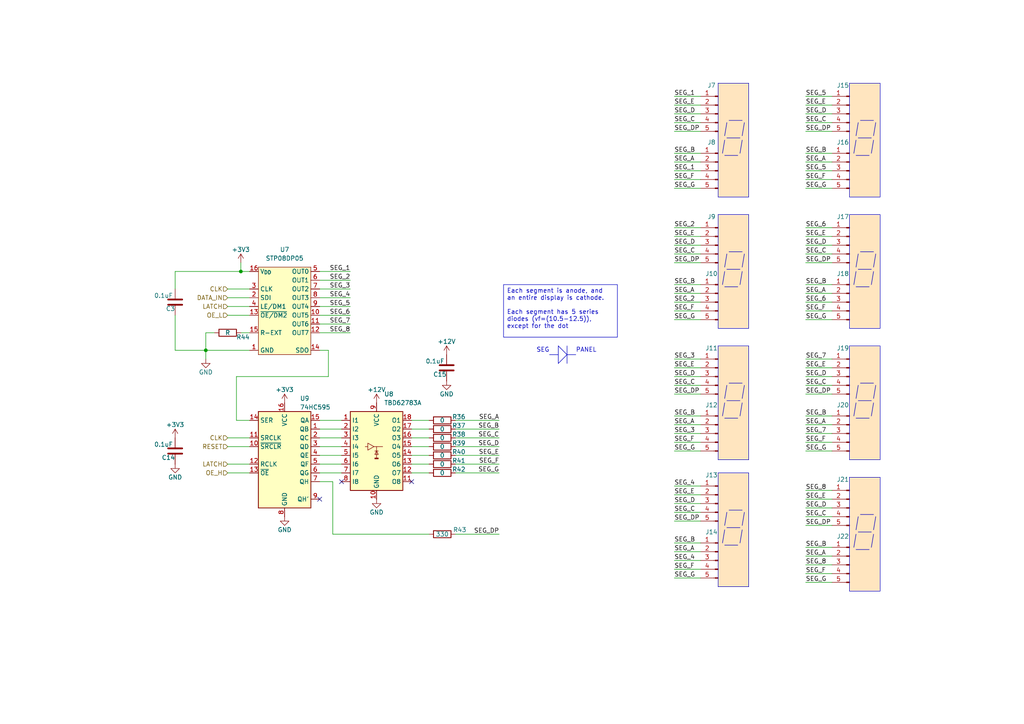
<source format=kicad_sch>
(kicad_sch (version 20250114) (generator "eeschema") (generator_version "9.0")
  (paper "A4")
  (title_block (title "Large 7 Seg Driver") (date "2025-02-01") (rev "A3") (comment 1 "JB") (comment 2 "E1041"))
  (lib_symbols
    (symbol "74xx:74HC595"
      (property "Reference" "U" (at -7.62 13.97 0))
      (property "Value" "74HC595" (at -7.62 -16.51 0))
      (symbol "74HC595_1_0"
        (pin input line (at -10.16 10.16 0) (length 2.54) (name "SER") (number "14"))
        (pin input line (at -10.16 5.08 0) (length 2.54) (name "SRCLK") (number "11"))
        (pin input line (at -10.16 2.54 0) (length 2.54) (name "~{SRCLR}") (number "10"))
        (pin input line (at -10.16 -2.54 0) (length 2.54) (name "RCLK") (number "12"))
        (pin input line (at -10.16 -5.08 0) (length 2.54) (name "~{OE}") (number "13"))
        (pin power_in line (at 0 15.24 270) (length 2.54) (name "VCC") (number "16"))
        (pin power_in line (at 0 -17.78 90) (length 2.54) (name "GND") (number "8"))
        (pin tri_state line (at 10.16 10.16 180) (length 2.54) (name "QA") (number "15"))
        (pin tri_state line (at 10.16 7.62 180) (length 2.54) (name "QB") (number "1"))
        (pin tri_state line (at 10.16 5.08 180) (length 2.54) (name "QC") (number "2"))
        (pin tri_state line (at 10.16 2.54 180) (length 2.54) (name "QD") (number "3"))
        (pin tri_state line (at 10.16 0 180) (length 2.54) (name "QE") (number "4"))
        (pin tri_state line (at 10.16 -2.54 180) (length 2.54) (name "QF") (number "5"))
        (pin tri_state line (at 10.16 -5.08 180) (length 2.54) (name "QG") (number "6"))
        (pin tri_state line (at 10.16 -7.62 180) (length 2.54) (name "QH") (number "7"))
        (pin output line (at 10.16 -12.7 180) (length 2.54) (name "QH'") (number "9"))
      )
      (symbol "74HC595_1_1"
        (rectangle (start -7.62 12.7) (end 7.62 -15.24) (stroke (width 0.254)) (fill (type background)))
      )
    )
    (symbol "Connector:Conn_01x05_Pin" (pin_names (offset 1.016) (hide yes))
      (property "Reference" "J" (at 0 7.62 0))
      (property "Value" "Conn_01x05_Pin" (at 0 -7.62 0))
      (symbol "Conn_01x05_Pin_1_1"
        (rectangle (start 0.8636 5.207) (end 0 4.953) (stroke (width 0.1524)) (fill (type outline)))
        (rectangle (start 0.8636 2.667) (end 0 2.413) (stroke (width 0.1524)) (fill (type outline)))
        (rectangle (start 0.8636 0.127) (end 0 -0.127) (stroke (width 0.1524)) (fill (type outline)))
        (rectangle (start 0.8636 -2.413) (end 0 -2.667) (stroke (width 0.1524)) (fill (type outline)))
        (rectangle (start 0.8636 -4.953) (end 0 -5.207) (stroke (width 0.1524)) (fill (type outline)))
        (polyline (pts (xy 1.27 5.08) (xy 0.8636 5.08)) (stroke (width 0.1524)))
        (polyline (pts (xy 1.27 2.54) (xy 0.8636 2.54)) (stroke (width 0.1524)))
        (polyline (pts (xy 1.27 0) (xy 0.8636 0)) (stroke (width 0.1524)))
        (polyline (pts (xy 1.27 -2.54) (xy 0.8636 -2.54)) (stroke (width 0.1524)))
        (polyline (pts (xy 1.27 -5.08) (xy 0.8636 -5.08)) (stroke (width 0.1524)))
        (pin passive line (at 5.08 5.08 180) (length 3.81) (name "Pin_1") (number "1"))
        (pin passive line (at 5.08 2.54 180) (length 3.81) (name "Pin_2") (number "2"))
        (pin passive line (at 5.08 0 180) (length 3.81) (name "Pin_3") (number "3"))
        (pin passive line (at 5.08 -2.54 180) (length 3.81) (name "Pin_4") (number "4"))
        (pin passive line (at 5.08 -5.08 180) (length 3.81) (name "Pin_5") (number "5"))
      )
    )
    (symbol "Device:C" (pin_numbers (hide yes)) (pin_names (offset 0.254))
      (property "Reference" "C" (at 0.635 2.54 0))
      (property "Value" "C" (at 0.635 -2.54 0))
      (symbol "C_0_1"
        (polyline (pts (xy -2.032 0.762) (xy 2.032 0.762)) (stroke (width 0.508)))
        (polyline (pts (xy -2.032 -0.762) (xy 2.032 -0.762)) (stroke (width 0.508)))
      )
      (symbol "C_1_1"
        (pin passive line (at 0 3.81 270) (length 2.794) (name "~") (number "1"))
        (pin passive line (at 0 -3.81 90) (length 2.794) (name "~") (number "2"))
      )
    )
    (symbol "Device:R" (pin_numbers (hide yes)) (pin_names (offset 0))
      (property "Reference" "R" (at 2.032 0 90))
      (property "Value" "R" (at 0 0 90))
      (symbol "R_0_1"
        (rectangle (start -1.016 -2.54) (end 1.016 2.54) (stroke (width 0.254)))
      )
      (symbol "R_1_1"
        (pin passive line (at 0 3.81 270) (length 1.27) (name "~") (number "1"))
        (pin passive line (at 0 -3.81 90) (length 1.27) (name "~") (number "2"))
      )
    )
    (symbol "ProjectLibrary:STP08DP05"
      (property "Reference" "U" (at -6.604 11.176 0))
      (property "Value" "STP08DP05" (at 2.54 -16.764 0))
      (symbol "STP08DP05_0_0"
        (pin power_in line (at -10.16 8.89 0) (length 2.54) (name "V_{DD}") (number "16"))
        (pin input line (at -10.16 3.81 0) (length 2.54) (name "CLK") (number "3"))
        (pin input line (at -10.16 1.27 0) (length 2.54) (name "SDI") (number "2"))
        (pin input line (at -10.16 -1.27 0) (length 2.54) (name "LE/DM1") (number "4"))
        (pin input line (at -10.16 -3.81 0) (length 2.54) (name "~{OE/DM2}") (number "13"))
        (pin passive line (at -10.16 -8.89 0) (length 2.54) (name "R-EXT") (number "15"))
        (pin power_in line (at -10.16 -13.97 0) (length 2.54) (name "GND") (number "1"))
        (pin output line (at 10.16 8.89 180) (length 2.54) (name "OUT0") (number "5"))
        (pin output line (at 10.16 6.35 180) (length 2.54) (name "OUT1") (number "6"))
        (pin output line (at 10.16 3.81 180) (length 2.54) (name "OUT2") (number "7"))
        (pin output line (at 10.16 1.27 180) (length 2.54) (name "OUT3") (number "8"))
        (pin output line (at 10.16 -1.27 180) (length 2.54) (name "OUT4") (number "9"))
        (pin output line (at 10.16 -3.81 180) (length 2.54) (name "OUT5") (number "10"))
        (pin output line (at 10.16 -6.35 180) (length 2.54) (name "OUT6") (number "11"))
        (pin output line (at 10.16 -8.89 180) (length 2.54) (name "OUT7") (number "12"))
        (pin output line (at 10.16 -13.97 180) (length 2.54) (name "SDO") (number "14"))
      )
      (symbol "STP08DP05_1_1"
        (rectangle (start -7.62 10.16) (end 7.62 -15.24) (fill (type background)))
      )
    )
    (symbol "Transistor_Array:TBD62783A"
      (property "Reference" "U" (at -7.62 11.43 0))
      (property "Value" "TBD62783A" (at 1.27 11.43 0))
      (symbol "TBD62783A_0_1"
        (rectangle (start -7.62 10.16) (end 7.62 -12.7) (stroke (width 0.254)) (fill (type background)))
        (polyline (pts (xy -3.302 0) (xy -2.54 0) (xy -2.54 1.016) (xy -0.762 0) (xy -2.54 -1.016) (xy -2.54 0)))
        (polyline (pts (xy -1.778 2.794) (xy -1.778 2.794)) (stroke (width 0.254)))
        (polyline (pts (xy -1.778 2.032) (xy -1.778 2.032)) (stroke (width 0.254)))
        (polyline (pts (xy -1.778 1.27) (xy -1.778 1.27)) (stroke (width 0.254)))
        (polyline (pts (xy -1.778 -1.27) (xy -1.778 -1.27)) (stroke (width 0.254)))
        (polyline (pts (xy -1.778 -2.032) (xy -1.778 -2.032)) (stroke (width 0.254)))
        (polyline (pts (xy -1.778 -2.794) (xy -1.778 -2.794)) (stroke (width 0.254)))
        (polyline (pts (xy -0.762 0) (xy 1.778 0)))
        (polyline (pts (xy -0.508 -1.27) (xy 0.508 -1.27)))
        (rectangle (start -0.508 -3.302) (end 0.508 -3.556) (fill (type outline)))
        (polyline (pts (xy 0 0) (xy 0 0)) (stroke (width 0.508)))
        (polyline (pts (xy 0 0) (xy 0 -3.302)))
        (polyline (pts (xy 0 -1.27) (xy -0.508 -2.286) (xy 0.508 -2.286) (xy 0 -1.27)))
      )
      (symbol "TBD62783A_1_1"
        (pin input line (at -10.16 7.62 0) (length 2.54) (name "I1") (number "1"))
        (pin input line (at -10.16 5.08 0) (length 2.54) (name "I2") (number "2"))
        (pin input line (at -10.16 2.54 0) (length 2.54) (name "I3") (number "3"))
        (pin input line (at -10.16 0 0) (length 2.54) (name "I4") (number "4"))
        (pin input line (at -10.16 -2.54 0) (length 2.54) (name "I5") (number "5"))
        (pin input line (at -10.16 -5.08 0) (length 2.54) (name "I6") (number "6"))
        (pin input line (at -10.16 -7.62 0) (length 2.54) (name "I7") (number "7"))
        (pin input line (at -10.16 -10.16 0) (length 2.54) (name "I8") (number "8"))
        (pin power_in line (at 0 12.7 270) (length 2.54) (name "VCC") (number "9"))
        (pin power_in line (at 0 -15.24 90) (length 2.54) (name "GND") (number "10"))
        (pin open_emitter line (at 10.16 7.62 180) (length 2.54) (name "O1") (number "18"))
        (pin open_emitter line (at 10.16 5.08 180) (length 2.54) (name "O2") (number "17"))
        (pin open_emitter line (at 10.16 2.54 180) (length 2.54) (name "O3") (number "16"))
        (pin open_emitter line (at 10.16 0 180) (length 2.54) (name "O4") (number "15"))
        (pin open_emitter line (at 10.16 -2.54 180) (length 2.54) (name "O5") (number "14"))
        (pin open_emitter line (at 10.16 -5.08 180) (length 2.54) (name "O6") (number "13"))
        (pin open_emitter line (at 10.16 -7.62 180) (length 2.54) (name "O7") (number "12"))
        (pin open_emitter line (at 10.16 -10.16 180) (length 2.54) (name "O8") (number "11"))
      )
    )
    (symbol "power:+3.3V" (power) (pin_names (offset 0))
      (property "Value" "+3.3V" (at 0 3.556 0))
      (symbol "+3.3V_0_1"
        (polyline (pts (xy -0.762 1.27) (xy 0 2.54)))
        (polyline (pts (xy 0 2.54) (xy 0.762 1.27)))
        (polyline (pts (xy 0 0) (xy 0 2.54)))
      )
      (symbol "+3.3V_1_1"
        (pin power_in line (at 0 0 90) (length 0) (hide yes) (name "+3V3") (number "1"))
      )
    )
    (symbol "power:+3V3" (power) (pin_names (offset 0))
      (property "Value" "+3V3" (at 0 3.556 0))
      (symbol "+3V3_0_1"
        (polyline (pts (xy -0.762 1.27) (xy 0 2.54)))
        (polyline (pts (xy 0 2.54) (xy 0.762 1.27)))
        (polyline (pts (xy 0 0) (xy 0 2.54)))
      )
      (symbol "+3V3_1_1"
        (pin power_in line (at 0 0 90) (length 0) (hide yes) (name "+3V3") (number "1"))
      )
    )
    (symbol "power:GND" (power) (pin_numbers (hide yes)) (pin_names (offset 0) (hide yes))
      (property "Value" "GND" (at 0 -3.81 0))
      (symbol "GND_0_1"
        (polyline (pts (xy 0 0) (xy 0 -1.27) (xy 1.27 -1.27) (xy 0 -2.54) (xy -1.27 -1.27) (xy 0 -1.27)))
      )
      (symbol "GND_1_1"
        (pin power_in line (at 0 0 270) (length 0) (name "~") (number "1"))
      )
    )
  )
  (rectangle (start 208.28 62.23) (end 217.17 95.25) (fill (type color) (color 255 229 191 1)))
  (rectangle (start 246.38 24.13) (end 255.27 57.15) (fill (type color) (color 255 229 191 1)))
  (rectangle (start 246.38 138.43) (end 255.27 171.45) (fill (type color) (color 255 229 191 1)))
  (rectangle (start 246.38 62.23) (end 255.27 95.25) (fill (type color) (color 255 229 191 1)))
  (rectangle (start 246.38 100.33) (end 255.27 133.35) (fill (type color) (color 255 229 191 1)))
  (rectangle (start 208.28 100.33) (end 217.17 133.35) (fill (type color) (color 255 229 191 1)))
  (rectangle (start 208.28 24.13) (end 217.17 57.15) (fill (type color) (color 255 229 191 1)))
  (rectangle (start 208.28 137.16) (end 217.17 170.18) (fill (type color) (color 255 229 191 1)))
  (text "SEG" (at 159.385 101.6 0) (effects (font (size 1.27 1.27)) (justify right)))
  (text "PANEL" (at 167.005 101.6 0) (effects (font (size 1.27 1.27)) (justify left)))
  (text_box "Each segment is anode, and an entire display is cathode.\n\nEach segment has 5 series diodes (vf=(10.5-12.5)), except for the dot" (at 146.05 82.55 0) (size 33.02 15.24) (margins 0.9525 0.9525 0.9525 0.9525) (effects (font (size 1.27 1.27)) (justify left top)))
  (junction (at 69.85 78.74))
  (junction (at 59.69 101.6))
  (no_connect (at 119.38 139.7))
  (no_connect (at 99.06 139.7))
  (no_connect (at 92.71 144.78))
  (wire (pts (xy 92.71 134.62) (xy 99.06 134.62)))
  (polyline (pts (xy 248.285 121.285) (xy 252.095 121.285)))
  (wire (pts (xy 195.58 109.22) (xy 203.2 109.22)))
  (polyline (pts (xy 215.265 115.57) (xy 215.9 111.76)))
  (wire (pts (xy 195.58 76.2) (xy 203.2 76.2)))
  (wire (pts (xy 195.58 38.1) (xy 203.2 38.1)))
  (wire (pts (xy 99.06 129.54) (xy 92.71 129.54)))
  (wire (pts (xy 233.68 68.58) (xy 241.3 68.58)))
  (polyline (pts (xy 209.55 44.45) (xy 210.185 40.64)))
  (wire (pts (xy 132.08 134.62) (xy 144.78 134.62)))
  (wire (pts (xy 124.46 137.16) (xy 119.38 137.16)))
  (polyline (pts (xy 210.185 45.085) (xy 213.995 45.085)))
  (polyline (pts (xy 252.73 82.55) (xy 253.365 78.74)))
  (wire (pts (xy 195.58 111.76) (xy 203.2 111.76)))
  (wire (pts (xy 96.52 154.94) (xy 124.46 154.94)))
  (wire (pts (xy 124.46 134.62) (xy 119.38 134.62)))
  (wire (pts (xy 92.71 137.16) (xy 99.06 137.16)))
  (polyline (pts (xy 210.185 39.37) (xy 210.82 35.56)))
  (wire (pts (xy 233.68 85.09) (xy 241.3 85.09)))
  (wire (pts (xy 233.68 161.29) (xy 241.3 161.29)))
  (wire (pts (xy 233.68 30.48) (xy 241.3 30.48)))
  (wire (pts (xy 66.04 134.62) (xy 72.39 134.62)))
  (wire (pts (xy 195.58 128.27) (xy 203.2 128.27)))
  (wire (pts (xy 195.58 140.97) (xy 203.2 140.97)))
  (wire (pts (xy 69.85 96.52) (xy 72.39 96.52)))
  (wire (pts (xy 66.04 88.9) (xy 72.39 88.9)))
  (wire (pts (xy 195.58 68.58) (xy 203.2 68.58)))
  (wire (pts (xy 233.68 158.75) (xy 241.3 158.75)))
  (wire (pts (xy 66.04 86.36) (xy 72.39 86.36)))
  (wire (pts (xy 195.58 162.56) (xy 203.2 162.56)))
  (wire (pts (xy 92.71 127) (xy 99.06 127)))
  (wire (pts (xy 195.58 92.71) (xy 203.2 92.71)))
  (polyline (pts (xy 249.555 111.125) (xy 253.365 111.125)))
  (wire (pts (xy 99.06 124.46) (xy 92.71 124.46)))
  (wire (pts (xy 233.68 92.71) (xy 241.3 92.71)))
  (polyline (pts (xy 215.265 39.37) (xy 215.9 35.56)))
  (polyline (pts (xy 210.185 158.115) (xy 213.995 158.115)))
  (wire (pts (xy 233.68 104.14) (xy 241.3 104.14)))
  (polyline (pts (xy 252.73 120.65) (xy 253.365 116.84)))
  (wire (pts (xy 195.58 52.07) (xy 203.2 52.07)))
  (wire (pts (xy 124.46 129.54) (xy 119.38 129.54)))
  (wire (pts (xy 50.8 91.44) (xy 50.8 101.6)))
  (wire (pts (xy 59.69 101.6) (xy 72.39 101.6)))
  (wire (pts (xy 233.68 128.27) (xy 241.3 128.27)))
  (wire (pts (xy 233.68 73.66) (xy 241.3 73.66)))
  (wire (pts (xy 195.58 151.13) (xy 203.2 151.13)))
  (polyline (pts (xy 210.82 78.105) (xy 214.63 78.105)))
  (polyline (pts (xy 161.925 100.33) (xy 161.925 105.41)))
  (wire (pts (xy 195.58 148.59) (xy 203.2 148.59)))
  (polyline (pts (xy 209.55 120.65) (xy 210.185 116.84)))
  (wire (pts (xy 233.68 44.45) (xy 241.3 44.45)))
  (polyline (pts (xy 210.185 152.4) (xy 210.82 148.59)))
  (wire (pts (xy 195.58 27.94) (xy 203.2 27.94)))
  (polyline (pts (xy 248.285 153.67) (xy 248.92 149.86)))
  (polyline (pts (xy 211.455 111.125) (xy 215.265 111.125)))
  (polyline (pts (xy 248.92 116.205) (xy 252.73 116.205)))
  (polyline (pts (xy 210.185 83.185) (xy 213.995 83.185)))
  (wire (pts (xy 59.69 101.6) (xy 59.69 104.14)))
  (polyline (pts (xy 253.365 115.57) (xy 254 111.76)))
  (polyline (pts (xy 253.365 39.37) (xy 254 35.56)))
  (wire (pts (xy 233.68 82.55) (xy 241.3 82.55)))
  (wire (pts (xy 66.04 129.54) (xy 72.39 129.54)))
  (wire (pts (xy 195.58 146.05) (xy 203.2 146.05)))
  (polyline (pts (xy 210.82 40.005) (xy 214.63 40.005)))
  (wire (pts (xy 68.58 121.92) (xy 72.39 121.92)))
  (wire (pts (xy 50.8 101.6) (xy 59.69 101.6)))
  (wire (pts (xy 195.58 87.63) (xy 203.2 87.63)))
  (polyline (pts (xy 164.465 100.33) (xy 164.465 105.41)))
  (wire (pts (xy 195.58 49.53) (xy 203.2 49.53)))
  (wire (pts (xy 233.68 144.78) (xy 241.3 144.78)))
  (wire (pts (xy 124.46 127) (xy 119.38 127)))
  (polyline (pts (xy 210.185 77.47) (xy 210.82 73.66)))
  (wire (pts (xy 195.58 130.81) (xy 203.2 130.81)))
  (wire (pts (xy 132.08 127) (xy 144.78 127)))
  (polyline (pts (xy 214.63 120.65) (xy 215.265 116.84)))
  (wire (pts (xy 233.68 106.68) (xy 241.3 106.68)))
  (wire (pts (xy 132.08 124.46) (xy 144.78 124.46)))
  (wire (pts (xy 124.46 132.08) (xy 119.38 132.08)))
  (polyline (pts (xy 249.555 34.925) (xy 253.365 34.925)))
  (wire (pts (xy 233.68 54.61) (xy 241.3 54.61)))
  (polyline (pts (xy 248.285 45.085) (xy 252.095 45.085)))
  (wire (pts (xy 233.68 76.2) (xy 241.3 76.2)))
  (polyline (pts (xy 159.385 102.87) (xy 161.925 102.87)))
  (wire (pts (xy 124.46 124.46) (xy 119.38 124.46)))
  (wire (pts (xy 132.08 121.92) (xy 144.78 121.92)))
  (wire (pts (xy 195.58 82.55) (xy 203.2 82.55)))
  (wire (pts (xy 92.71 132.08) (xy 99.06 132.08)))
  (wire (pts (xy 233.68 111.76) (xy 241.3 111.76)))
  (polyline (pts (xy 211.455 73.025) (xy 215.265 73.025)))
  (wire (pts (xy 95.25 109.22) (xy 68.58 109.22)))
  (polyline (pts (xy 247.65 120.65) (xy 248.285 116.84)))
  (polyline (pts (xy 210.185 121.285) (xy 213.995 121.285)))
  (wire (pts (xy 233.68 52.07) (xy 241.3 52.07)))
  (wire (pts (xy 132.08 129.54) (xy 144.78 129.54)))
  (wire (pts (xy 92.71 86.36) (xy 101.6 86.36)))
  (wire (pts (xy 92.71 88.9) (xy 101.6 88.9)))
  (polyline (pts (xy 253.365 153.67) (xy 254 149.86)))
  (wire (pts (xy 233.68 46.99) (xy 241.3 46.99)))
  (wire (pts (xy 62.23 96.52) (xy 59.69 96.52)))
  (wire (pts (xy 233.68 125.73) (xy 241.3 125.73)))
  (wire (pts (xy 233.68 120.65) (xy 241.3 120.65)))
  (wire (pts (xy 132.08 132.08) (xy 144.78 132.08)))
  (polyline (pts (xy 252.73 44.45) (xy 253.365 40.64)))
  (wire (pts (xy 92.71 93.98) (xy 101.6 93.98)))
  (wire (pts (xy 50.8 83.82) (xy 50.8 78.74)))
  (wire (pts (xy 195.58 66.04) (xy 203.2 66.04)))
  (polyline (pts (xy 248.285 83.185) (xy 252.095 83.185)))
  (polyline (pts (xy 249.555 73.025) (xy 253.365 73.025)))
  (polyline (pts (xy 248.285 115.57) (xy 248.92 111.76)))
  (polyline (pts (xy 214.63 157.48) (xy 215.265 153.67)))
  (polyline (pts (xy 161.925 105.41) (xy 164.465 102.87)))
  (polyline (pts (xy 247.65 82.55) (xy 248.285 78.74)))
  (wire (pts (xy 195.58 106.68) (xy 203.2 106.68)))
  (wire (pts (xy 195.58 104.14) (xy 203.2 104.14)))
  (wire (pts (xy 233.68 38.1) (xy 241.3 38.1)))
  (wire (pts (xy 92.71 91.44) (xy 101.6 91.44)))
  (wire (pts (xy 195.58 46.99) (xy 203.2 46.99)))
  (wire (pts (xy 69.85 76.2) (xy 69.85 78.74)))
  (polyline (pts (xy 214.63 82.55) (xy 215.265 78.74)))
  (polyline (pts (xy 211.455 34.925) (xy 215.265 34.925)))
  (wire (pts (xy 92.71 121.92) (xy 99.06 121.92)))
  (wire (pts (xy 66.04 137.16) (xy 72.39 137.16)))
  (wire (pts (xy 233.68 163.83) (xy 241.3 163.83)))
  (wire (pts (xy 66.04 91.44) (xy 72.39 91.44)))
  (wire (pts (xy 195.58 114.3) (xy 203.2 114.3)))
  (wire (pts (xy 233.68 147.32) (xy 241.3 147.32)))
  (wire (pts (xy 233.68 27.94) (xy 241.3 27.94)))
  (wire (pts (xy 195.58 90.17) (xy 203.2 90.17)))
  (wire (pts (xy 95.25 101.6) (xy 95.25 109.22)))
  (polyline (pts (xy 249.555 149.225) (xy 253.365 149.225)))
  (wire (pts (xy 96.52 139.7) (xy 92.71 139.7)))
  (wire (pts (xy 233.68 109.22) (xy 241.3 109.22)))
  (wire (pts (xy 195.58 33.02) (xy 203.2 33.02)))
  (polyline (pts (xy 210.82 116.205) (xy 214.63 116.205)))
  (polyline (pts (xy 211.455 147.955) (xy 215.265 147.955)))
  (polyline (pts (xy 248.92 40.005) (xy 252.73 40.005)))
  (polyline (pts (xy 214.63 44.45) (xy 215.265 40.64)))
  (wire (pts (xy 195.58 73.66) (xy 203.2 73.66)))
  (wire (pts (xy 92.71 101.6) (xy 95.25 101.6)))
  (polyline (pts (xy 248.285 77.47) (xy 248.92 73.66)))
  (wire (pts (xy 92.71 83.82) (xy 101.6 83.82)))
  (polyline (pts (xy 248.285 39.37) (xy 248.92 35.56)))
  (wire (pts (xy 233.68 130.81) (xy 241.3 130.81)))
  (wire (pts (xy 195.58 120.65) (xy 203.2 120.65)))
  (wire (pts (xy 233.68 49.53) (xy 241.3 49.53)))
  (polyline (pts (xy 210.185 115.57) (xy 210.82 111.76)))
  (polyline (pts (xy 247.65 158.75) (xy 248.285 154.94)))
  (polyline (pts (xy 209.55 82.55) (xy 210.185 78.74)))
  (wire (pts (xy 96.52 154.94) (xy 96.52 139.7)))
  (wire (pts (xy 195.58 54.61) (xy 203.2 54.61)))
  (wire (pts (xy 195.58 85.09) (xy 203.2 85.09)))
  (polyline (pts (xy 209.55 157.48) (xy 210.185 153.67)))
  (polyline (pts (xy 161.925 100.33) (xy 164.465 102.87)))
  (wire (pts (xy 195.58 30.48) (xy 203.2 30.48)))
  (wire (pts (xy 195.58 167.64) (xy 203.2 167.64)))
  (wire (pts (xy 233.68 123.19) (xy 241.3 123.19)))
  (polyline (pts (xy 252.73 158.75) (xy 253.365 154.94)))
  (wire (pts (xy 92.71 96.52) (xy 101.6 96.52)))
  (wire (pts (xy 195.58 123.19) (xy 203.2 123.19)))
  (wire (pts (xy 233.68 142.24) (xy 241.3 142.24)))
  (wire (pts (xy 233.68 35.56) (xy 241.3 35.56)))
  (wire (pts (xy 69.85 78.74) (xy 72.39 78.74)))
  (polyline (pts (xy 248.92 154.305) (xy 252.73 154.305)))
  (wire (pts (xy 50.8 78.74) (xy 69.85 78.74)))
  (wire (pts (xy 132.08 137.16) (xy 144.78 137.16)))
  (wire (pts (xy 233.68 168.91) (xy 241.3 168.91)))
  (wire (pts (xy 124.46 121.92) (xy 119.38 121.92)))
  (wire (pts (xy 195.58 157.48) (xy 203.2 157.48)))
  (polyline (pts (xy 248.92 78.105) (xy 252.73 78.105)))
  (wire (pts (xy 195.58 165.1) (xy 203.2 165.1)))
  (wire (pts (xy 233.68 114.3) (xy 241.3 114.3)))
  (wire (pts (xy 68.58 109.22) (xy 68.58 121.92)))
  (polyline (pts (xy 253.365 77.47) (xy 254 73.66)))
  (polyline (pts (xy 215.265 152.4) (xy 215.9 148.59)))
  (wire (pts (xy 233.68 90.17) (xy 241.3 90.17)))
  (wire (pts (xy 195.58 125.73) (xy 203.2 125.73)))
  (wire (pts (xy 233.68 87.63) (xy 241.3 87.63)))
  (wire (pts (xy 233.68 149.86) (xy 241.3 149.86)))
  (wire (pts (xy 92.71 81.28) (xy 101.6 81.28)))
  (polyline (pts (xy 247.65 44.45) (xy 248.285 40.64)))
  (wire (pts (xy 195.58 71.12) (xy 203.2 71.12)))
  (wire (pts (xy 233.68 152.4) (xy 241.3 152.4)))
  (wire (pts (xy 144.78 154.94) (xy 132.08 154.94)))
  (wire (pts (xy 195.58 143.51) (xy 203.2 143.51)))
  (wire (pts (xy 92.71 78.74) (xy 101.6 78.74)))
  (wire (pts (xy 233.68 71.12) (xy 241.3 71.12)))
  (wire (pts (xy 195.58 44.45) (xy 203.2 44.45)))
  (polyline (pts (xy 215.265 77.47) (xy 215.9 73.66)))
  (polyline (pts (xy 164.465 102.87) (xy 167.005 102.87)))
  (wire (pts (xy 233.68 166.37) (xy 241.3 166.37)))
  (wire (pts (xy 66.04 83.82) (xy 72.39 83.82)))
  (wire (pts (xy 195.58 35.56) (xy 203.2 35.56)))
  (polyline (pts (xy 248.285 159.385) (xy 252.095 159.385)))
  (polyline (pts (xy 210.82 153.035) (xy 214.63 153.035)))
  (wire (pts (xy 195.58 160.02) (xy 203.2 160.02)))
  (wire (pts (xy 233.68 66.04) (xy 241.3 66.04)))
  (wire (pts (xy 233.68 33.02) (xy 241.3 33.02)))
  (wire (pts (xy 59.69 96.52) (xy 59.69 101.6)))
  (wire (pts (xy 66.04 127) (xy 72.39 127)))
  (label "SEG_1" (at 195.58 49.53 0))
  (label "SEG_E" (at 144.78 132.08 180))
  (label "SEG_C" (at 195.58 111.76 0))
  (label "SEG_B" (at 195.58 44.45 0))
  (label "SEG_E" (at 195.58 30.48 0))
  (label "SEG_G" (at 233.68 92.71 0))
  (label "SEG_B" (at 233.68 82.55 0))
  (label "SEG_1" (at 195.58 27.94 0))
  (label "SEG_F" (at 195.58 90.17 0))
  (label "SEG_D" (at 233.68 147.32 0))
  (label "SEG_E" (at 233.68 30.48 0))
  (label "SEG_E" (at 195.58 143.51 0))
  (label "SEG_B" (at 144.78 124.46 180))
  (label "SEG_B" (at 233.68 44.45 0))
  (label "SEG_E" (at 195.58 68.58 0))
  (label "SEG_8" (at 233.68 163.83 0))
  (label "SEG_G" (at 195.58 167.64 0))
  (label "SEG_A" (at 195.58 160.02 0))
  (label "SEG_DP" (at 233.68 152.4 0))
  (label "SEG_C" (at 195.58 73.66 0))
  (label "SEG_F" (at 195.58 128.27 0))
  (label "SEG_C" (at 233.68 149.86 0))
  (label "SEG_D" (at 144.78 129.54 180))
  (label "SEG_D" (at 195.58 109.22 0))
  (label "SEG_DP" (at 233.68 114.3 0))
  (label "SEG_C" (at 233.68 35.56 0))
  (label "SEG_D" (at 195.58 146.05 0))
  (label "SEG_C" (at 195.58 35.56 0))
  (label "SEG_F" (at 233.68 52.07 0))
  (label "SEG_A" (at 195.58 123.19 0))
  (label "SEG_DP" (at 233.68 76.2 0))
  (label "SEG_F" (at 233.68 128.27 0))
  (label "SEG_D" (at 233.68 109.22 0))
  (label "SEG_DP" (at 144.78 154.94 180))
  (label "SEG_5" (at 233.68 49.53 0))
  (label "SEG_G" (at 195.58 54.61 0))
  (label "SEG_C" (at 195.58 148.59 0))
  (label "SEG_5" (at 101.6 88.9 180))
  (label "SEG_A" (at 195.58 85.09 0))
  (label "SEG_B" (at 195.58 120.65 0))
  (label "SEG_DP" (at 195.58 76.2 0))
  (label "SEG_7" (at 233.68 104.14 0))
  (label "SEG_8" (at 101.6 96.52 180))
  (label "SEG_A" (at 233.68 161.29 0))
  (label "SEG_B" (at 195.58 82.55 0))
  (label "SEG_E" (at 233.68 106.68 0))
  (label "SEG_2" (at 195.58 66.04 0))
  (label "SEG_4" (at 195.58 162.56 0))
  (label "SEG_3" (at 195.58 125.73 0))
  (label "SEG_B" (at 233.68 120.65 0))
  (label "SEG_5" (at 233.68 27.94 0))
  (label "SEG_A" (at 144.78 121.92 180))
  (label "SEG_F" (at 195.58 165.1 0))
  (label "SEG_C" (at 233.68 111.76 0))
  (label "SEG_G" (at 144.78 137.16 180))
  (label "SEG_6" (at 233.68 87.63 0))
  (label "SEG_A" (at 195.58 46.99 0))
  (label "SEG_G" (at 233.68 168.91 0))
  (label "SEG_D" (at 233.68 71.12 0))
  (label "SEG_2" (at 101.6 81.28 180))
  (label "SEG_1" (at 101.6 78.74 180))
  (label "SEG_3" (at 195.58 104.14 0))
  (label "SEG_F" (at 195.58 52.07 0))
  (label "SEG_6" (at 101.6 91.44 180))
  (label "SEG_G" (at 233.68 54.61 0))
  (label "SEG_7" (at 101.6 93.98 180))
  (label "SEG_DP" (at 195.58 151.13 0))
  (label "SEG_E" (at 233.68 144.78 0))
  (label "SEG_C" (at 144.78 127 180))
  (label "SEG_E" (at 233.68 68.58 0))
  (label "SEG_E" (at 195.58 106.68 0))
  (label "SEG_7" (at 233.68 125.73 0))
  (label "SEG_DP" (at 233.68 38.1 0))
  (label "SEG_3" (at 101.6 83.82 180))
  (label "SEG_A" (at 233.68 123.19 0))
  (label "SEG_F" (at 233.68 90.17 0))
  (label "SEG_DP" (at 195.58 38.1 0))
  (label "SEG_D" (at 195.58 71.12 0))
  (label "SEG_D" (at 233.68 33.02 0))
  (label "SEG_2" (at 195.58 87.63 0))
  (label "SEG_D" (at 195.58 33.02 0))
  (label "SEG_4" (at 195.58 140.97 0))
  (label "SEG_F" (at 233.68 166.37 0))
  (label "SEG_G" (at 195.58 130.81 0))
  (label "SEG_C" (at 233.68 73.66 0))
  (label "SEG_G" (at 233.68 130.81 0))
  (label "SEG_G" (at 195.58 92.71 0))
  (label "SEG_B" (at 233.68 158.75 0))
  (label "SEG_DP" (at 195.58 114.3 0))
  (label "SEG_A" (at 233.68 46.99 0))
  (label "SEG_A" (at 233.68 85.09 0))
  (label "SEG_F" (at 144.78 134.62 180))
  (label "SEG_B" (at 195.58 157.48 0))
  (label "SEG_6" (at 233.68 66.04 0))
  (label "SEG_8" (at 233.68 142.24 0))
  (label "SEG_4" (at 101.6 86.36 180))
  (hierarchical_label "LATCH" (shape input) (at 66.04 88.9 180))
  (hierarchical_label "CLK" (shape input) (at 66.04 83.82 180))
  (hierarchical_label "OE_H" (shape input) (at 66.04 137.16 180))
  (hierarchical_label "CLK" (shape input) (at 66.04 127 180))
  (hierarchical_label "DATA_IN" (shape input) (at 66.04 86.36 180))
  (hierarchical_label "OE_L" (shape input) (at 66.04 91.44 180))
  (hierarchical_label "LATCH" (shape input) (at 66.04 134.62 180))
  (hierarchical_label "RESET" (shape input) (at 66.04 129.54 180))
  (symbol (lib_id "Device:R") (at 128.27 121.92 90) (unit 1)
    (property "Reference" "R36" (at 133.096 120.904 90))
    (property "Value" "0" (at 128.27 121.92 90))
    (property "Footprint" "Resistor_SMD:R_0805_2012Metric" (effects (hide yes)))
    (property "Description" "Resistor" (effects (hide yes)))
  )
  (symbol (lib_id "power:+3V3") (at 82.55 116.84 0) (unit 1)
    (property "Reference" "#PWR024" (effects (hide yes)))
    (property "Value" "+3V3" (at 82.55 113.03 0))
  )
  (symbol (lib_id "power:GND") (at 129.54 110.49 0) (unit 1)
    (property "Reference" "#PWR061" (effects (hide yes)))
    (property "Value" "GND" (at 129.54 114.3 0))
    (property "Description" "Power symbol creates a global label with name \"GND\" , ground" (effects (hide yes)))
  )
  (symbol (lib_id "Connector:Conn_01x05_Pin") (at 208.28 49.53 0) (mirror y) (unit 1)
    (property "Reference" "J8" (at 206.375 41.275 0))
    (property "Value" "Conn_01x05_Pin" (effects (hide yes)))
    (property "Footprint" "Connector_JST:JST_PH_B5B-PH-K_1x05_P2.00mm_Vertical" (effects (hide yes)))
    (property "Description" "Generic connector, single row, 01x05, script generated" (effects (hide yes)))
  )
  (symbol (lib_id "Connector:Conn_01x05_Pin") (at 246.38 49.53 0) (mirror y) (unit 1)
    (property "Reference" "J16" (at 244.475 41.275 0))
    (property "Value" "Conn_01x05_Pin" (effects (hide yes)))
    (property "Footprint" "Connector_JST:JST_PH_B5B-PH-K_1x05_P2.00mm_Vertical" (effects (hide yes)))
    (property "Description" "Generic connector, single row, 01x05, script generated" (effects (hide yes)))
  )
  (symbol (lib_id "Device:R") (at 128.27 127 90) (unit 1)
    (property "Reference" "R38" (at 133.096 125.984 90))
    (property "Value" "0" (at 128.27 127 90))
    (property "Footprint" "Resistor_SMD:R_0805_2012Metric" (effects (hide yes)))
    (property "Description" "Resistor" (effects (hide yes)))
  )
  (symbol (lib_id "Connector:Conn_01x05_Pin") (at 208.28 146.05 0) (mirror y) (unit 1)
    (property "Reference" "J13" (at 206.375 137.795 0))
    (property "Value" "Conn_01x05_Pin" (effects (hide yes)))
    (property "Footprint" "Connector_JST:JST_PH_B5B-PH-K_1x05_P2.00mm_Vertical" (effects (hide yes)))
    (property "Description" "Generic connector, single row, 01x05, script generated" (effects (hide yes)))
  )
  (symbol (lib_id "power:GND") (at 82.55 149.86 0) (unit 1)
    (property "Reference" "#PWR040" (effects (hide yes)))
    (property "Value" "GND" (at 82.55 153.67 0))
    (property "Description" "Power symbol creates a global label with name \"GND\" , ground" (effects (hide yes)))
  )
  (symbol (lib_id "Connector:Conn_01x05_Pin") (at 246.38 125.73 0) (mirror y) (unit 1)
    (property "Reference" "J20" (at 244.475 117.475 0))
    (property "Value" "Conn_01x05_Pin" (effects (hide yes)))
    (property "Footprint" "Connector_JST:JST_PH_B5B-PH-K_1x05_P2.00mm_Vertical" (effects (hide yes)))
    (property "Description" "Generic connector, single row, 01x05, script generated" (effects (hide yes)))
  )
  (symbol (lib_id "74xx:74HC595") (at 82.55 132.08 0) (unit 1)
    (property "Reference" "U9" (at 86.995 115.57 0) (effects (justify left)))
    (property "Value" "74HC595" (at 86.995 118.11 0) (effects (justify left)))
    (property "Footprint" "Package_SO:SO-16_3.9x9.9mm_P1.27mm" (effects (hide yes)))
    (property "Datasheet" "http://www.ti.com/lit/ds/symlink/sn74hc595.pdf" (effects (hide yes)))
    (property "Description" "8-bit serial in/out Shift Register 3-State Outputs" (effects (hide yes)))
  )
  (symbol (lib_id "ProjectLibrary:STP08DP05") (at 82.55 87.63 0) (unit 1)
    (property "Reference" "U7" (at 82.55 72.39 0))
    (property "Value" "STP08DP05" (at 82.55 74.93 0))
    (property "Footprint" "Package_SO:SO-16_3.9x9.9mm_P1.27mm" (effects (hide yes)))
    (property "Datasheet" "https://www.st.com/content/ccc/resource/technical/document/datasheet/07/d5/b8/c5/a6/32/4b/da/CD00156241.pdf/files/CD00156241.pdf/jcr:content/translations/en.CD00156241.pdf" (effects (hide yes)))
  )
  (symbol (lib_id "Connector:Conn_01x05_Pin") (at 208.28 71.12 0) (mirror y) (unit 1)
    (property "Reference" "J9" (at 206.375 62.865 0))
    (property "Value" "Conn_01x05_Pin" (effects (hide yes)))
    (property "Footprint" "Connector_JST:JST_PH_B5B-PH-K_1x05_P2.00mm_Vertical" (effects (hide yes)))
    (property "Description" "Generic connector, single row, 01x05, script generated" (effects (hide yes)))
  )
  (symbol (lib_id "Connector:Conn_01x05_Pin") (at 208.28 162.56 0) (mirror y) (unit 1)
    (property "Reference" "J14" (at 206.375 154.305 0))
    (property "Value" "Conn_01x05_Pin" (effects (hide yes)))
    (property "Footprint" "Connector_JST:JST_PH_B5B-PH-K_1x05_P2.00mm_Vertical" (effects (hide yes)))
    (property "Description" "Generic connector, single row, 01x05, script generated" (effects (hide yes)))
  )
  (symbol (lib_id "Device:C") (at 50.8 130.81 180) (unit 1)
    (property "Reference" "C14" (at 50.8 132.715 0) (effects (justify left)))
    (property "Value" "0.1uF" (at 50.165 128.905 0) (effects (justify left)))
    (property "Footprint" "Capacitor_SMD:C_0805_2012Metric" (effects (hide yes)))
    (property "Description" "Unpolarized capacitor" (effects (hide yes)))
  )
  (symbol (lib_id "power:+3V3") (at 50.8 127 0) (unit 1)
    (property "Reference" "#PWR058" (effects (hide yes)))
    (property "Value" "+3V3" (at 50.8 123.19 0))
  )
  (symbol (lib_id "Device:C") (at 129.54 106.68 180) (unit 1)
    (property "Reference" "C15" (at 129.54 108.585 0) (effects (justify left)))
    (property "Value" "0.1uF" (at 128.905 104.775 0) (effects (justify left)))
    (property "Footprint" "Capacitor_SMD:C_0805_2012Metric" (effects (hide yes)))
    (property "Description" "Unpolarized capacitor" (effects (hide yes)))
  )
  (symbol (lib_id "power:+3.3V") (at 109.22 116.84 0) (unit 1)
    (property "Reference" "#PWR038" (effects (hide yes)))
    (property "Value" "+12V" (at 109.22 113.03 0))
  )
  (symbol (lib_id "power:GND") (at 50.8 134.62 0) (unit 1)
    (property "Reference" "#PWR059" (effects (hide yes)))
    (property "Value" "GND" (at 50.8 138.43 0))
    (property "Description" "Power symbol creates a global label with name \"GND\" , ground" (effects (hide yes)))
  )
  (symbol (lib_id "Connector:Conn_01x05_Pin") (at 246.38 163.83 0) (mirror y) (unit 1)
    (property "Reference" "J22" (at 244.475 155.575 0))
    (property "Value" "Conn_01x05_Pin" (effects (hide yes)))
    (property "Footprint" "Connector_JST:JST_PH_B5B-PH-K_1x05_P2.00mm_Vertical" (effects (hide yes)))
    (property "Description" "Generic connector, single row, 01x05, script generated" (effects (hide yes)))
  )
  (symbol (lib_id "Connector:Conn_01x05_Pin") (at 208.28 125.73 0) (mirror y) (unit 1)
    (property "Reference" "J12" (at 206.375 117.475 0))
    (property "Value" "Conn_01x05_Pin" (effects (hide yes)))
    (property "Footprint" "Connector_JST:JST_PH_B5B-PH-K_1x05_P2.00mm_Vertical" (effects (hide yes)))
    (property "Description" "Generic connector, single row, 01x05, script generated" (effects (hide yes)))
  )
  (symbol (lib_id "Connector:Conn_01x05_Pin") (at 208.28 109.22 0) (mirror y) (unit 1)
    (property "Reference" "J11" (at 206.375 100.965 0))
    (property "Value" "Conn_01x05_Pin" (effects (hide yes)))
    (property "Footprint" "Connector_JST:JST_PH_B5B-PH-K_1x05_P2.00mm_Vertical" (effects (hide yes)))
    (property "Description" "Generic connector, single row, 01x05, script generated" (effects (hide yes)))
  )
  (symbol (lib_id "Connector:Conn_01x05_Pin") (at 246.38 87.63 0) (mirror y) (unit 1)
    (property "Reference" "J18" (at 244.475 79.375 0))
    (property "Value" "Conn_01x05_Pin" (effects (hide yes)))
    (property "Footprint" "Connector_JST:JST_PH_B5B-PH-K_1x05_P2.00mm_Vertical" (effects (hide yes)))
    (property "Description" "Generic connector, single row, 01x05, script generated" (effects (hide yes)))
  )
  (symbol (lib_id "Connector:Conn_01x05_Pin") (at 246.38 147.32 0) (mirror y) (unit 1)
    (property "Reference" "J21" (at 244.475 139.065 0))
    (property "Value" "Conn_01x05_Pin" (effects (hide yes)))
    (property "Footprint" "Connector_JST:JST_PH_B5B-PH-K_1x05_P2.00mm_Vertical" (effects (hide yes)))
    (property "Description" "Generic connector, single row, 01x05, script generated" (effects (hide yes)))
  )
  (symbol (lib_id "Device:R") (at 128.27 129.54 90) (unit 1)
    (property "Reference" "R39" (at 133.096 128.524 90))
    (property "Value" "0" (at 128.27 129.54 90))
    (property "Footprint" "Resistor_SMD:R_0805_2012Metric" (effects (hide yes)))
    (property "Description" "Resistor" (effects (hide yes)))
  )
  (symbol (lib_id "Connector:Conn_01x05_Pin") (at 208.28 33.02 0) (mirror y) (unit 1)
    (property "Reference" "J7" (at 206.375 24.765 0))
    (property "Value" "Conn_01x05_Pin" (effects (hide yes)))
    (property "Footprint" "Connector_JST:JST_PH_B5B-PH-K_1x05_P2.00mm_Vertical" (effects (hide yes)))
    (property "Description" "Generic connector, single row, 01x05, script generated" (effects (hide yes)))
  )
  (symbol (lib_id "Device:R") (at 128.27 134.62 90) (unit 1)
    (property "Reference" "R41" (at 133.096 133.604 90))
    (property "Value" "0" (at 128.27 134.62 90))
    (property "Footprint" "Resistor_SMD:R_0805_2012Metric" (effects (hide yes)))
    (property "Description" "Resistor" (effects (hide yes)))
  )
  (symbol (lib_id "Device:R") (at 128.27 137.16 90) (unit 1)
    (property "Reference" "R42" (at 133.096 136.144 90))
    (property "Value" "0" (at 128.27 137.16 90))
    (property "Footprint" "Resistor_SMD:R_0805_2012Metric" (effects (hide yes)))
    (property "Description" "Resistor" (effects (hide yes)))
  )
  (symbol (lib_id "power:+3.3V") (at 129.54 102.87 0) (unit 1)
    (property "Reference" "#PWR060" (effects (hide yes)))
    (property "Value" "+12V" (at 129.54 99.06 0))
  )
  (symbol (lib_id "Device:R") (at 66.04 96.52 90) (unit 1)
    (property "Reference" "R44" (at 70.485 97.79 90))
    (property "Value" "R" (at 66.04 96.52 90))
    (property "Footprint" "Resistor_SMD:R_0805_2012Metric" (effects (hide yes)))
    (property "Description" "Resistor" (effects (hide yes)))
  )
  (symbol (lib_id "power:GND") (at 59.69 104.14 0) (unit 1)
    (property "Reference" "#PWR041" (effects (hide yes)))
    (property "Value" "GND" (at 59.69 107.95 0))
    (property "Description" "Power symbol creates a global label with name \"GND\" , ground" (effects (hide yes)))
  )
  (symbol (lib_id "Device:R") (at 128.27 124.46 90) (unit 1)
    (property "Reference" "R37" (at 133.096 123.444 90))
    (property "Value" "0" (at 128.27 124.46 90))
    (property "Footprint" "Resistor_SMD:R_0805_2012Metric" (effects (hide yes)))
    (property "Description" "Resistor" (effects (hide yes)))
  )
  (symbol (lib_id "power:+3V3") (at 69.85 76.2 0) (unit 1)
    (property "Reference" "#PWR042" (effects (hide yes)))
    (property "Value" "+3V3" (at 69.85 72.39 0))
  )
  (symbol (lib_id "Device:R") (at 128.27 154.94 90) (unit 1)
    (property "Reference" "R43" (at 133.35 153.67 90))
    (property "Value" "330" (at 128.27 154.94 90))
    (property "Footprint" "Resistor_SMD:R_0805_2012Metric" (effects (hide yes)))
    (property "Description" "Resistor" (effects (hide yes)))
  )
  (symbol (lib_id "Connector:Conn_01x05_Pin") (at 246.38 33.02 0) (mirror y) (unit 1)
    (property "Reference" "J15" (at 244.475 24.765 0))
    (property "Value" "Conn_01x05_Pin" (effects (hide yes)))
    (property "Footprint" "Connector_JST:JST_PH_B5B-PH-K_1x05_P2.00mm_Vertical" (effects (hide yes)))
    (property "Description" "Generic connector, single row, 01x05, script generated" (effects (hide yes)))
  )
  (symbol (lib_id "Connector:Conn_01x05_Pin") (at 246.38 109.22 0) (mirror y) (unit 1)
    (property "Reference" "J19" (at 244.475 100.965 0))
    (property "Value" "Conn_01x05_Pin" (effects (hide yes)))
    (property "Footprint" "Connector_JST:JST_PH_B5B-PH-K_1x05_P2.00mm_Vertical" (effects (hide yes)))
    (property "Description" "Generic connector, single row, 01x05, script generated" (effects (hide yes)))
  )
  (symbol (lib_id "Device:R") (at 128.27 132.08 90) (unit 1)
    (property "Reference" "R40" (at 133.096 131.064 90))
    (property "Value" "0" (at 128.27 132.08 90))
    (property "Footprint" "Resistor_SMD:R_0805_2012Metric" (effects (hide yes)))
    (property "Description" "Resistor" (effects (hide yes)))
  )
  (symbol (lib_id "Connector:Conn_01x05_Pin") (at 208.28 87.63 0) (mirror y) (unit 1)
    (property "Reference" "J10" (at 206.375 79.375 0))
    (property "Value" "Conn_01x05_Pin" (effects (hide yes)))
    (property "Footprint" "Connector_JST:JST_PH_B5B-PH-K_1x05_P2.00mm_Vertical" (effects (hide yes)))
    (property "Description" "Generic connector, single row, 01x05, script generated" (effects (hide yes)))
  )
  (symbol (lib_id "Connector:Conn_01x05_Pin") (at 246.38 71.12 0) (mirror y) (unit 1)
    (property "Reference" "J17" (at 244.475 62.865 0))
    (property "Value" "Conn_01x05_Pin" (effects (hide yes)))
    (property "Footprint" "Connector_JST:JST_PH_B5B-PH-K_1x05_P2.00mm_Vertical" (effects (hide yes)))
    (property "Description" "Generic connector, single row, 01x05, script generated" (effects (hide yes)))
  )
  (symbol (lib_id "Transistor_Array:TBD62783A") (at 109.22 129.54 0) (unit 1)
    (property "Reference" "U8" (at 111.4141 114.3 0) (effects (justify left)))
    (property "Value" "TBD62783A" (at 111.4141 116.84 0) (effects (justify left)))
    (property "Footprint" "Package_SO:SOP-18_7x12.5mm_P1.27mm" (effects (hide yes)))
    (property "Datasheet" "http://toshiba.semicon-storage.com/info/docget.jsp?did=30523&prodName=TBD62783APG" (effects (hide yes)))
    (property "Description" "8-Channel Source Type Transistor Array, TTL and CMOS compatible, 500mA, 50V, DIP-18/SOP-18/SSOP-18/SOIC-18W" (effects (hide yes)))
  )
  (symbol (lib_id "power:GND") (at 109.22 144.78 0) (unit 1)
    (property "Reference" "#PWR039" (effects (hide yes)))
    (property "Value" "GND" (at 109.22 148.59 0))
    (property "Description" "Power symbol creates a global label with name \"GND\" , ground" (effects (hide yes)))
  )
  (symbol (lib_id "Device:C") (at 50.8 87.63 180) (unit 1)
    (property "Reference" "C3" (at 50.8 89.535 0) (effects (justify left)))
    (property "Value" "0.1uF" (at 50.165 85.725 0) (effects (justify left)))
    (property "Footprint" "Capacitor_SMD:C_0805_2012Metric" (effects (hide yes)))
    (property "Description" "Unpolarized capacitor" (effects (hide yes)))
  )
)
</source>
